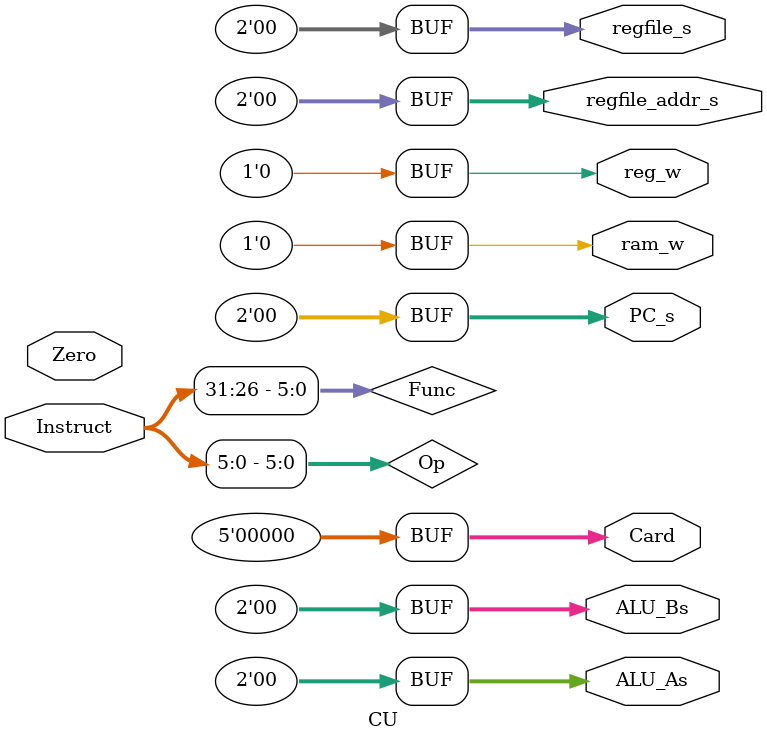
<source format=v>
`timescale 1ns / 1ps
`define ADD     5'b00001
`define ADDI    5'b00010
// 加进位
`define SUB     5'b00011
// 减
`define SUBI    5'b00100
//减进位
`define RSUB    5'b00101
//反减
`define RSUBI   5'b00110
//反减再减进位
`define GA      5'b00111
//赋值为A
`define GB      5'b01000
//赋值为B
`define NEGA    5'b01001
//A取反
`define NEGB    5'b01010
//B取反
`define OR      5'b01011
//或
`define AND     5'b01100
//与
`define XNOR    5'b01101
//同或
`define XOR     5'b01110
//异或
`define NAND    5'b01111
//与取反
`define ZERO    5'b10000
//置零
`define SLT     5'b10001
//小于
`define SLL     5'b10010
//左移
`define PC      5'b10011
//更新PC
module CU(
    input [31:0] Instruct,      // 输入指令
    input Zero,                 // 零标志位
    
    output reg ram_w,           // 存储器写使能
    output reg reg_w,           // 寄存器写使能
    output reg [4:0] Card,      // ALU功能码
    output reg [1:0] PC_s,            // PC数据来源选择
    output reg [1:0] regfile_s,       // 寄存器文件数据来源选择
    output reg [1:0] regfile_addr_s,  // 寄存器文件地址来源选择
    output reg [1:0] ALU_As,          // ALU输入A来源选择
    output reg [1:0] ALU_Bs           // ALU输入B来源选择
    );

    reg [5:0] Op;
    reg [5:0] Func;
    
    always @(*) begin
        Func <= Instruct[31:26];
        Op <= Instruct[5:0];
        case (Func)
            6'b000000: begin
                case (Op)
                    6'b100000: begin // 加法操作
                        ram_w <= 0;            // 存储器写禁用
                        reg_w <= 1;            // 寄存器写使能
                        Card <= `ADD;             // ALU功能码为加法
                        PC_s <= 0;             // PC数据来源：NPC
                        regfile_s <= 0;        // 寄存器文件数据来源：ALU
                        regfile_addr_s <= 0;   // 寄存器文件地址来源：目标寄存器（rd）
                        ALU_As <= 0;           // ALU输入A来源：寄存器A
                        ALU_Bs <= 0;           // ALU输入B来源：寄存器B
                    end
                    6'b100010: begin // 减法操作
                        ram_w <= 0;
                        reg_w <= 1;
                        Card <= `SUB;             // ALU功能码为减法
                        PC_s <= 0;
                        regfile_s <= 0;
                        regfile_addr_s <= 0;
                        ALU_As <= 0;
                        ALU_Bs <= 0;
                    end 
                    6'b100100: begin // 与操作
                        ram_w <= 0;
                        reg_w <= 1;
                        Card <= `AND;
                        PC_s <= 0;
                        regfile_s <= 0;
                        regfile_addr_s <= 0;
                        ALU_As <= 0;
                        ALU_Bs <= 0;
                    end
                    6'b100101: begin // 或操作
                        ram_w <= 0;
                        reg_w <= 1;
                        Card <= `OR;
                        PC_s <= 0;
                        regfile_s <= 0;
                        regfile_addr_s <= 0;
                        ALU_As <= 0;
                        ALU_Bs <= 0;
                    end
                    6'b100110: begin // 异或操作
                        ram_w <= 0;
                        reg_w <= 1;
                        Card <= `XOR;
                        PC_s <= 0;
                        regfile_s <= 0;
                        regfile_addr_s <= 0;
                        ALU_As <= 0;
                        ALU_Bs <= 0;
                    end
                    6'b101010: begin // SLT操作（设置小于）
                        ram_w <= 0;
                        reg_w <= 1;
                        Card <= `SLT;
                        PC_s <= 0;
                        regfile_s <= 0;
                        regfile_addr_s <= 0;
                        ALU_As <= 0;
                        ALU_Bs <= 0;
                    end
                    6'b001010: begin // MOVZ操作（如果为零则移动）
                        ram_w <= 0;
                        reg_w <= Zero;        // 如果零标志位为1，则寄存器写使能
                        Card <= `GB;
                        PC_s <= 0;
                        regfile_s <= 2;       // 寄存器文件数据来源：寄存器A
                        regfile_addr_s <= 0;
                        ALU_As <= 0;
                        ALU_Bs <= 0;
                    end
                    6'b000000: begin // SLL操作（逻辑左移）
                        ram_w <= 0;
                        reg_w <= 1;
                        Card <= `SLL;
                        PC_s <= 0;
                        regfile_s <= 0;
                        regfile_addr_s <= 0;
                        ALU_As <= 3;          // ALU输入A来源：指令中的位移量（sa）
                        ALU_Bs <= 0;          // ALU输入B来源：寄存器B
                    end
                    default: begin
                        ram_w <= 0;            // 默认值
                        reg_w <= 0;
                        Card <= 0;
                        PC_s <= 0;
                        regfile_s <= 0;
                        regfile_addr_s <= 0;
                        ALU_As <= 0;
                        ALU_Bs <= 0;
                    end
                endcase
            end 
            6'b101011: begin // SW操作（存储字）
                ram_w <= 1;            // 存储器写使能
                reg_w <= 0;
                Card <= `ADD;      // ALU功能码用于地址计算
                PC_s <= 0;
                regfile_s <= 0;
                regfile_addr_s <= 1;    // 地址来源：寄存器rt
                ALU_As <= 2;            // ALU输入A来源：指令中的base部分
                ALU_Bs <= 1;            // ALU输入B来源：寄存器Imm
            end
            6'b100011: begin // LW操作（加载字）
                ram_w <= 0;
                reg_w <= 1;
                Card <= `ADD;      // ALU功能码用于地址计算
                PC_s <= 0;
                regfile_s <= 1;         // 寄存器文件数据来源：寄存器LMD
                regfile_addr_s <= 1;    // 地址来源：寄存器rt
                ALU_As <= 2;            // ALU输入A来源：指令中的base部分
                ALU_Bs <= 1;            // ALU输入B来源：寄存器Imm
            end
            6'b000101: begin // BNE操作（如果不相等则分支）
                ram_w <= 0;
                reg_w <= 0;
                Card <= `PC;       // ALU功能码用于分支地址计算
                if(Instruct[25:21]!=Instruct[20:16]) PC_s <= 1;  // PC数据来源：不相等跳转
                else PC_s <= 0;
                regfile_s <= 0;
                regfile_addr_s <= 0;
                ALU_As <= 1;            // ALU输入A来源：寄存器NPC
                ALU_Bs <= 1;            // ALU输入B来源：寄存器Imm
            end
            6'b000010: begin // J操作（跳转）
                ram_w <= 0;
                reg_w <= 0;
                Card <= 5'b00000;
                PC_s <= 2;              // PC数据来源：无条件跳转
                regfile_s <= 0;
                regfile_addr_s <= 0;
                ALU_As <= 2;
                ALU_Bs <= 2;
            end
            default: begin
                ram_w <= 0;            // 默认值
                reg_w <= 5'b00000;
                Card <= 0;
                PC_s <= 0;
                regfile_s <= 0;
                regfile_addr_s <= 0;
                ALU_As <= 0;
                ALU_Bs <= 0;
            end
        endcase
    end
endmodule

</source>
